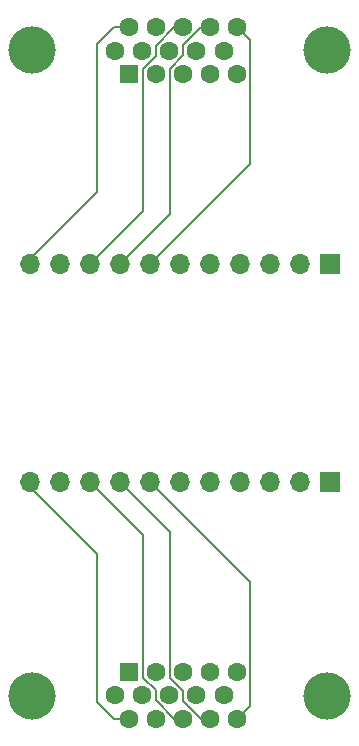
<source format=gbr>
%TF.GenerationSoftware,KiCad,Pcbnew,9.0.1*%
%TF.CreationDate,2025-07-26T11:45:23+03:00*%
%TF.ProjectId,VGA_Debug_Board,5647415f-4465-4627-9567-5f426f617264,rev?*%
%TF.SameCoordinates,Original*%
%TF.FileFunction,Copper,L2,Bot*%
%TF.FilePolarity,Positive*%
%FSLAX46Y46*%
G04 Gerber Fmt 4.6, Leading zero omitted, Abs format (unit mm)*
G04 Created by KiCad (PCBNEW 9.0.1) date 2025-07-26 11:45:23*
%MOMM*%
%LPD*%
G01*
G04 APERTURE LIST*
%TA.AperFunction,ComponentPad*%
%ADD10R,1.700000X1.700000*%
%TD*%
%TA.AperFunction,ComponentPad*%
%ADD11O,1.700000X1.700000*%
%TD*%
%TA.AperFunction,ComponentPad*%
%ADD12C,4.000000*%
%TD*%
%TA.AperFunction,ComponentPad*%
%ADD13R,1.600000X1.600000*%
%TD*%
%TA.AperFunction,ComponentPad*%
%ADD14C,1.600000*%
%TD*%
%TA.AperFunction,Conductor*%
%ADD15C,0.150000*%
%TD*%
G04 APERTURE END LIST*
D10*
%TO.P,J2,1,Pin_1*%
%TO.N,GND*%
X163240000Y-82093113D03*
D11*
%TO.P,J2,2,Pin_2*%
%TO.N,Net-(J2-Pin_2)*%
X160700000Y-82093113D03*
%TO.P,J2,3,Pin_3*%
%TO.N,Net-(J2-Pin_3)*%
X158160000Y-82093113D03*
%TO.P,J2,4,Pin_4*%
%TO.N,Net-(J2-Pin_4)*%
X155620000Y-82093113D03*
%TO.P,J2,5,Pin_5*%
%TO.N,Net-(J2-Pin_5)*%
X153080000Y-82093113D03*
%TO.P,J2,6,Pin_6*%
%TO.N,Net-(J2-Pin_6)*%
X150540000Y-82093113D03*
%TO.P,J2,7,Pin_7*%
%TO.N,Net-(J2-Pin_7)*%
X148000000Y-82093113D03*
%TO.P,J2,8,Pin_8*%
%TO.N,Net-(J2-Pin_8)*%
X145460000Y-82093113D03*
%TO.P,J2,9,Pin_9*%
%TO.N,Net-(J2-Pin_9)*%
X142920000Y-82093113D03*
%TO.P,J2,10,Pin_10*%
%TO.N,Net-(J2-Pin_10)*%
X140380000Y-82093113D03*
%TO.P,J2,11,Pin_11*%
%TO.N,Net-(J2-Pin_11)*%
X137840000Y-82093113D03*
%TD*%
D12*
%TO.P,J1,0*%
%TO.N,N/C*%
X163055000Y-63930000D03*
X138055000Y-63930000D03*
D13*
%TO.P,J1,1*%
%TO.N,Net-(J2-Pin_6)*%
X146240000Y-65980000D03*
D14*
%TO.P,J1,2*%
%TO.N,Net-(J2-Pin_5)*%
X148530000Y-65980000D03*
%TO.P,J1,3*%
%TO.N,Net-(J2-Pin_4)*%
X150820000Y-65980000D03*
%TO.P,J1,4*%
%TO.N,Net-(J2-Pin_2)*%
X153110000Y-65980000D03*
%TO.P,J1,5*%
%TO.N,GND*%
X155400000Y-65980000D03*
%TO.P,J1,6*%
X145095000Y-64000000D03*
%TO.P,J1,7*%
X147385000Y-64000000D03*
%TO.P,J1,8*%
X149675000Y-64000000D03*
%TO.P,J1,9*%
%TO.N,Net-(J2-Pin_3)*%
X151965000Y-64000000D03*
%TO.P,J1,10*%
%TO.N,GND*%
X154255000Y-64000000D03*
%TO.P,J1,11*%
%TO.N,Net-(J2-Pin_11)*%
X146240000Y-62020000D03*
%TO.P,J1,12*%
%TO.N,Net-(J2-Pin_10)*%
X148530000Y-62020000D03*
%TO.P,J1,13*%
%TO.N,Net-(J2-Pin_9)*%
X150820000Y-62020000D03*
%TO.P,J1,14*%
%TO.N,Net-(J2-Pin_8)*%
X153110000Y-62020000D03*
%TO.P,J1,15*%
%TO.N,Net-(J2-Pin_7)*%
X155400000Y-62020000D03*
%TD*%
D10*
%TO.P,J3,1,Pin_1*%
%TO.N,GND*%
X163240000Y-100500000D03*
D11*
%TO.P,J3,2,Pin_2*%
%TO.N,Net-(J3-Pin_2)*%
X160700000Y-100500000D03*
%TO.P,J3,3,Pin_3*%
%TO.N,Net-(J3-Pin_3)*%
X158160000Y-100500000D03*
%TO.P,J3,4,Pin_4*%
%TO.N,Net-(J3-Pin_4)*%
X155620000Y-100500000D03*
%TO.P,J3,5,Pin_5*%
%TO.N,Net-(J3-Pin_5)*%
X153080000Y-100500000D03*
%TO.P,J3,6,Pin_6*%
%TO.N,Net-(J3-Pin_6)*%
X150540000Y-100500000D03*
%TO.P,J3,7,Pin_7*%
%TO.N,Net-(J3-Pin_7)*%
X148000000Y-100500000D03*
%TO.P,J3,8,Pin_8*%
%TO.N,Net-(J3-Pin_8)*%
X145460000Y-100500000D03*
%TO.P,J3,9,Pin_9*%
%TO.N,Net-(J3-Pin_9)*%
X142920000Y-100500000D03*
%TO.P,J3,10,Pin_10*%
%TO.N,Net-(J3-Pin_10)*%
X140380000Y-100500000D03*
%TO.P,J3,11,Pin_11*%
%TO.N,Net-(J3-Pin_11)*%
X137840000Y-100500000D03*
%TD*%
D12*
%TO.P,J4,0*%
%TO.N,N/C*%
X138055000Y-118663113D03*
X163055000Y-118663113D03*
D13*
%TO.P,J4,1*%
%TO.N,Net-(J3-Pin_6)*%
X146240000Y-116613113D03*
D14*
%TO.P,J4,2*%
%TO.N,Net-(J3-Pin_5)*%
X148530000Y-116613113D03*
%TO.P,J4,3*%
%TO.N,Net-(J3-Pin_4)*%
X150820000Y-116613113D03*
%TO.P,J4,4*%
%TO.N,Net-(J3-Pin_2)*%
X153110000Y-116613113D03*
%TO.P,J4,5*%
%TO.N,GND*%
X155400000Y-116613113D03*
%TO.P,J4,6*%
X145095000Y-118593113D03*
%TO.P,J4,7*%
X147385000Y-118593113D03*
%TO.P,J4,8*%
X149675000Y-118593113D03*
%TO.P,J4,9*%
%TO.N,Net-(J3-Pin_3)*%
X151965000Y-118593113D03*
%TO.P,J4,10*%
%TO.N,GND*%
X154255000Y-118593113D03*
%TO.P,J4,11*%
%TO.N,Net-(J3-Pin_11)*%
X146240000Y-120573113D03*
%TO.P,J4,12*%
%TO.N,Net-(J3-Pin_10)*%
X148530000Y-120573113D03*
%TO.P,J4,13*%
%TO.N,Net-(J3-Pin_9)*%
X150820000Y-120573113D03*
%TO.P,J4,14*%
%TO.N,Net-(J3-Pin_8)*%
X153110000Y-120573113D03*
%TO.P,J4,15*%
%TO.N,Net-(J3-Pin_7)*%
X155400000Y-120573113D03*
%TD*%
D15*
%TO.N,Net-(J2-Pin_11)*%
X143500000Y-76000000D02*
X137840000Y-81660000D01*
X137840000Y-81660000D02*
X137840000Y-82093113D01*
X143500000Y-63470850D02*
X143500000Y-76000000D01*
X146240000Y-62020000D02*
X144950850Y-62020000D01*
X144950850Y-62020000D02*
X143500000Y-63470850D01*
%TO.N,Net-(J2-Pin_9)*%
X148500000Y-63617950D02*
X148500000Y-64452950D01*
X150820000Y-62020000D02*
X150097950Y-62020000D01*
X147429000Y-65523950D02*
X147429000Y-77584113D01*
X147429000Y-77584113D02*
X142920000Y-82093113D01*
X148500000Y-64452950D02*
X147429000Y-65523950D01*
X150097950Y-62020000D02*
X148500000Y-63617950D01*
%TO.N,Net-(J2-Pin_7)*%
X156500000Y-73593113D02*
X148000000Y-82093113D01*
X156500000Y-63120000D02*
X156500000Y-73593113D01*
X155400000Y-62020000D02*
X156500000Y-63120000D01*
%TO.N,Net-(J2-Pin_8)*%
X149719000Y-65523950D02*
X149719000Y-77834113D01*
X152387950Y-62020000D02*
X150864000Y-63543950D01*
X149719000Y-77834113D02*
X145460000Y-82093113D01*
X150864000Y-64378950D02*
X149719000Y-65523950D01*
X153110000Y-62020000D02*
X152387950Y-62020000D01*
X150864000Y-63543950D02*
X150864000Y-64378950D01*
%TO.N,Net-(J3-Pin_7)*%
X156500000Y-109026887D02*
X148000000Y-100526887D01*
X156500000Y-119500000D02*
X156500000Y-109026887D01*
X155400000Y-120600000D02*
X156500000Y-119500000D01*
%TO.N,Net-(J3-Pin_11)*%
X146240000Y-120600000D02*
X144950850Y-120600000D01*
X143500000Y-119149150D02*
X143500000Y-106620000D01*
X143500000Y-106620000D02*
X137840000Y-100960000D01*
X144950850Y-120600000D02*
X143500000Y-119149150D01*
X137840000Y-100960000D02*
X137840000Y-100526887D01*
%TO.N,Net-(J3-Pin_8)*%
X152387950Y-120600000D02*
X150864000Y-119076050D01*
X149719000Y-104785887D02*
X145460000Y-100526887D01*
X150864000Y-119076050D02*
X150864000Y-118241050D01*
X150864000Y-118241050D02*
X149719000Y-117096050D01*
X153110000Y-120600000D02*
X152387950Y-120600000D01*
X149719000Y-117096050D02*
X149719000Y-104785887D01*
%TO.N,Net-(J3-Pin_9)*%
X148500000Y-118167050D02*
X147429000Y-117096050D01*
X147429000Y-117096050D02*
X147429000Y-105035887D01*
X148500000Y-119002050D02*
X148500000Y-118167050D01*
X150097950Y-120600000D02*
X148500000Y-119002050D01*
X150820000Y-120600000D02*
X150097950Y-120600000D01*
X147429000Y-105035887D02*
X142920000Y-100526887D01*
%TD*%
M02*

</source>
